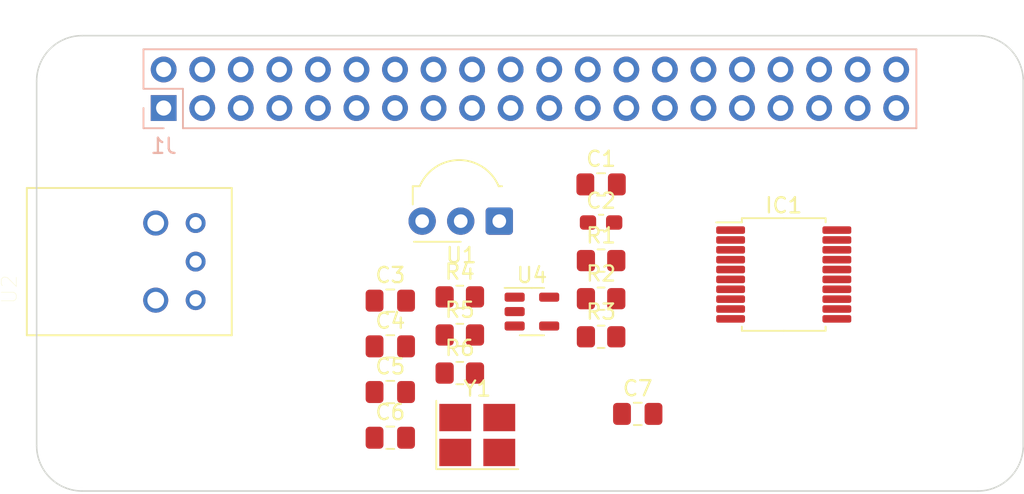
<source format=kicad_pcb>
(kicad_pcb (version 20221018) (generator pcbnew)
  (title_block (date "15 nov 2012"))
  (layers (0 "F.Cu" signal) (31 "B.Cu" signal) (34 "B.Paste" user) (35 "F.Paste" user) (36 "B.SilkS" user "B.Silkscreen") (37 "F.SilkS" user "F.Silkscreen") (38 "B.Mask" user) (39 "F.Mask" user) (44 "Edge.Cuts" user))
  (net 0 "")
  (net 1 "GND")
  (net 2 "/GPIO2{slash}SDA1")
  (net 3 "/GPIO3{slash}SCL1")
  (net 4 "/GPIO4{slash}GPCLK0")
  (net 5 "/GPIO14{slash}TXD0")
  (net 6 "/GPIO15{slash}RXD0")
  (net 7 "/GPIO17")
  (net 8 "/GPIO18{slash}PCM.CLK")
  (net 9 "/GPIO27")
  (net 10 "/GPIO22")
  (net 11 "/GPIO23")
  (net 12 "/GPIO26")
  (net 13 "/GPIO24")
  (net 14 "/GPIO10{slash}SPI0.MOSI")
  (net 15 "/GPIO9{slash}SPI0.MISO")
  (net 16 "/GPIO25")
  (net 17 "/GPIO11{slash}SPI0.SCLK")
  (net 18 "/GPIO8{slash}SPI0.CE0")
  (net 19 "/GPIO7{slash}SPI0.CE1")
  (net 20 "/ID_SDA")
  (net 21 "/ID_SCL")
  (net 22 "/GPIO5")
  (net 23 "/GPIO6")
  (net 24 "/GPIO12{slash}PWM0")
  (net 25 "/GPIO13{slash}PWM1")
  (net 26 "/GPIO19{slash}PCM.FS")
  (net 27 "/GPIO16")
  (net 28 "/GPIO20{slash}PCM.DIN")
  (net 29 "/GPIO21{slash}PCM.DOUT")
  (net 30 "+5V")
  (net 31 "+3V3")
  (net 32 "Net-(IC1-XIN)")
  (net 33 "Net-(IC1-XOP)")
  (net 35 "Net-(IC1-GPO0{slash}SWIFMODE)")
  (net 36 "Net-(IC1-CSB{slash}GPO1)")
  (net 37 "Net-(IC1-RESETB)")
  (net 38 "Net-(IC1-TX0)")
  (net 42 "Net-(U2-VIN)")
  (net 45 "Net-(U1-OUT)")
  (footprint "Capacitor_SMD:C_0805_2012Metric_Pad1.18x1.45mm_HandSolder" (layer "F.Cu") (at 137.1875 79.8)
    (fp_text reference "C1" (at 0 -1.68) (layer "F.SilkS"))
    (fp_text value "100nF/50V")
    (fp_line (start -0.261252 -0.735) (end 0.261252 -0.735) (stroke (width 0.12)) (layer "F.SilkS"))
    (fp_line (start -0.261252 0.735) (end 0.261252 0.735) (stroke (width 0.12)) (layer "F.SilkS"))
    (pad "1" smd roundrect (at -1.0375 0) (size 1.175 1.45) (layers "F.Cu" "F.Paste" "F.Mask") (roundrect_rratio 0.212766) (net 30 "+5V"))
    (pad "2" smd roundrect (at 1.0375 0) (size 1.175 1.45) (layers "F.Cu" "F.Paste" "F.Mask") (roundrect_rratio 0.212766) (net 1 "GND"))
  )
  (footprint "MountingHole:MountingHole_2.7mm_M2.5" (layer "F.Cu") (at 161.5 73.5)
    (fp_text reference "MH2" hide)
    (fp_text value "MountingHole_2.7mm_M2.5" hide)
    (pad "" np_thru_hole circle locked (at 0 0) (size 2.7 2.7) (drill 2.7) (layers "*.Cu" "*.Mask"))
  )
  (footprint "Resistor_SMD:R_0805_2012Metric_Pad1.20x1.40mm_HandSolder" (layer "F.Cu") (at 137.1875 87.33)
    (fp_text reference "R2" (at 0 -1.65) (layer "F.SilkS"))
    (fp_text value "0R")
    (fp_line (start -0.227064 -0.735) (end 0.227064 -0.735) (stroke (width 0.12)) (layer "F.SilkS"))
    (fp_line (start -0.227064 0.735) (end 0.227064 0.735) (stroke (width 0.12)) (layer "F.SilkS"))
    (pad "1" smd roundrect (at -1 0) (size 1.2 1.4) (layers "F.Cu" "F.Paste" "F.Mask") (roundrect_rratio 0.208333) (net 45 "Net-(U1-OUT)"))
    (pad "2" smd roundrect (at 1 0) (size 1.2 1.4) (layers "F.Cu" "F.Paste" "F.Mask") (roundrect_rratio 0.208333) (net 7 "/GPIO17"))
  )
  (footprint "Resistor_SMD:R_0805_2012Metric_Pad1.20x1.40mm_HandSolder" (layer "F.Cu") (at 127.88 92.23)
    (fp_text reference "R6" (at 0 -1.65) (layer "F.SilkS"))
    (fp_text value "10k")
    (fp_line (start -0.227064 -0.735) (end 0.227064 -0.735) (stroke (width 0.12)) (layer "F.SilkS"))
    (fp_line (start -0.227064 0.735) (end 0.227064 0.735) (stroke (width 0.12)) (layer "F.SilkS"))
    (pad "1" smd roundrect (at -1 0) (size 1.2 1.4) (layers "F.Cu" "F.Paste" "F.Mask") (roundrect_rratio 0.208333) (net 36 "Net-(IC1-CSB{slash}GPO1)"))
    (pad "2" smd roundrect (at 1 0) (size 1.2 1.4) (layers "F.Cu" "F.Paste" "F.Mask") (roundrect_rratio 0.208333) (net 31 "+3V3"))
  )
  (footprint "Package_TO_SOT_SMD:SOT-23-5" (layer "F.Cu") (at 132.63 88.18)
    (fp_text reference "U4" (at 0 -2.4) (layer "F.SilkS"))
    (fp_text value "74AHC1G17")
    (fp_line (start 0 -1.56) (end -1.8 -1.56) (stroke (width 0.12)) (layer "F.SilkS"))
    (fp_line (start 0 -1.56) (end 0.8 -1.56) (stroke (width 0.12)) (layer "F.SilkS"))
    (fp_line (start 0 1.56) (end -0.8 1.56) (stroke (width 0.12)) (layer "F.SilkS"))
    (fp_line (start 0 1.56) (end 0.8 1.56) (stroke (width 0.12)) (layer "F.SilkS"))
    (pad "1" smd roundrect (at -1.1375 -0.95) (size 1.325 0.6) (layers "F.Cu" "F.Paste" "F.Mask"))
    (pad "2" smd roundrect (at -1.1375 0) (size 1.325 0.6) (layers "F.Cu" "F.Paste" "F.Mask") (net 38 "Net-(IC1-TX0)"))
    (pad "3" smd roundrect (at -1.1375 0.95) (size 1.325 0.6) (layers "F.Cu" "F.Paste" "F.Mask") (net 1 "GND"))
    (pad "4" smd roundrect (at 1.1375 0.95) (size 1.325 0.6) (layers "F.Cu" "F.Paste" "F.Mask") (net 42 "Net-(U2-VIN)"))
    (pad "5" smd roundrect (at 1.1375 -0.95) (size 1.325 0.6) (layers "F.Cu" "F.Paste" "F.Mask") (net 30 "+5V"))
  )
  (footprint "OptoDevice:Vishay_MOLD-3Pin" (layer "F.Cu") (at 130.48 82.22 180)
    (fp_text reference "U1" (at 2.5 -2.25) (layer "F.SilkS"))
    (fp_text value "TSOP32538")
    (fp_line (start 0.04 2.3) (end -0.18 2.3) (stroke (width 0.12)) (layer "F.SilkS"))
    (fp_line (start 5.62 -1.36) (end 2.54 -1.36) (stroke (width 0.12)) (layer "F.SilkS"))
    (fp_line (start 5.7 2.3) (end 5.24 2.3) (stroke (width 0.12)) (layer "F.SilkS"))
    (fp_line (start 5.7 2.3) (end 5.7 1.1) (stroke (width 0.12)) (layer "F.SilkS"))
    (fp_arc (start 5.24 2.3) (mid 2.64 4.023119) (end 0.04 2.3) (stroke (width 0.12)) (layer "F.SilkS"))
    (pad "1" thru_hole roundrect (at 0 0 180) (size 1.8 1.8) (drill 0.9) (layers "*.Cu" "*.Mask") (roundrect_rratio 0.138) (net 45 "Net-(U1-OUT)"))
    (pad "2" thru_hole circle (at 2.54 0 180) (size 1.8 1.8) (drill 0.9) (layers "*.Cu" "*.Mask") (net 31 "+3V3"))
    (pad "3" thru_hole circle (at 5.08 0 180) (size 1.8 1.8) (drill 0.9) (layers "*.Cu" "*.Mask") (net 1 "GND"))
  )
  (footprint "kicad-snk:PLR135-T10_PLT133-T10W" (layer "F.Cu") (at 107.846 84.887 90)
    (fp_text reference "U2" (at -1.827255 -9.646905 90) (layer "F.SilkS") (effects (font (size 1.001236 1.001236) (thickness 0.015))))
    (fp_text value "PLT237/T10WH")
    (fp_line (start -4.85 -8.49) (end -4.85 5.01) (stroke (width 0.127)) (layer "F.SilkS"))
    (fp_line (start 4.85 -8.49) (end -4.85 -8.49) (stroke (width 0.127)) (layer "F.SilkS"))
    (fp_line (start 4.85 -8.49) (end 4.85 5.01) (stroke (width 0.127)) (layer "F.SilkS"))
    (fp_line (start 4.85 5.01) (end -4.85 5.01) (stroke (width 0.127)) (layer "F.SilkS"))
    (pad "1" thru_hole circle (at 2.54 2.63 90) (size 1.308 1.308) (drill 0.8) (layers "*.Cu" "*.Mask") (net 42 "Net-(U2-VIN)"))
    (pad "2" thru_hole circle (at 0 2.63 90) (size 1.308 1.308) (drill 0.8) (layers "*.Cu" "*.Mask") (net 30 "+5V"))
    (pad "3" thru_hole circle (at -2.54 2.63 90) (size 1.308 1.308) (drill 0.8) (layers "*.Cu" "*.Mask") (net 1 "GND"))
    (pad "NC1" thru_hole circle (at 2.54 0 90) (size 1.65 1.65) (drill 1.1) (layers "*.Cu" "*.Mask"))
    (pad "NC2" thru_hole circle (at -2.54 0 90) (size 1.65 1.65) (drill 1.1) (layers "*.Cu" "*.Mask"))
  )
  (footprint "Resistor_SMD:R_0805_2012Metric_Pad1.20x1.40mm_HandSolder" (layer "F.Cu") (at 127.88 89.72)
    (fp_text reference "R5" (at 0 -1.65) (layer "F.SilkS"))
    (fp_text value "10k")
    (fp_line (start -0.227064 -0.735) (end 0.227064 -0.735) (stroke (width 0.12)) (layer "F.SilkS"))
    (fp_line (start -0.227064 0.735) (end 0.227064 0.735) (stroke (width 0.12)) (layer "F.SilkS"))
    (pad "1" smd roundrect (at -1 0) (size 1.2 1.4) (layers "F.Cu" "F.Paste" "F.Mask") (roundrect_rratio 0.208333) (net 35 "Net-(IC1-GPO0{slash}SWIFMODE)"))
    (pad "2" smd roundrect (at 1 0) (size 1.2 1.4) (layers "F.Cu" "F.Paste" "F.Mask") (roundrect_rratio 0.208333) (net 1 "GND"))
  )
  (footprint "Resistor_SMD:R_0805_2012Metric_Pad1.20x1.40mm_HandSolder" (layer "F.Cu") (at 127.88 87.21)
    (fp_text reference "R4" (at 0 -1.65) (layer "F.SilkS"))
    (fp_text value "10k")
    (fp_line (start -0.227064 -0.735) (end 0.227064 -0.735) (stroke (width 0.12)) (layer "F.SilkS"))
    (fp_line (start -0.227064 0.735) (end 0.227064 0.735) (stroke (width 0.12)) (layer "F.SilkS"))
    (pad "1" smd roundrect (at -1 0) (size 1.2 1.4) (layers "F.Cu" "F.Paste" "F.Mask") (roundrect_rratio 0.208333) (net 37 "Net-(IC1-RESETB)"))
    (pad "2" smd roundrect (at 1 0) (size 1.2 1.4) (layers "F.Cu" "F.Paste" "F.Mask") (roundrect_rratio 0.208333) (net 31 "+3V3"))
  )
  (footprint "MountingHole:MountingHole_2.7mm_M2.5" (layer "F.Cu") (at 103.5 96.5)
    (fp_text reference "MH3" hide)
    (fp_text value "MountingHole_2.7mm_M2.5" hide)
    (pad "" np_thru_hole circle locked (at 0 0) (size 2.7 2.7) (drill 2.7) (layers "*.Cu" "*.Mask"))
  )
  (footprint "Capacitor_SMD:C_0805_2012Metric_Pad1.18x1.45mm_HandSolder" (layer "F.Cu") (at 139.6025 94.92)
    (fp_text reference "C7" (at 0 -1.68) (layer "F.SilkS"))
    (fp_text value "15pF/50V")
    (fp_line (start -0.261252 -0.735) (end 0.261252 -0.735) (stroke (width 0.12)) (layer "F.SilkS"))
    (fp_line (start -0.261252 0.735) (end 0.261252 0.735) (stroke (width 0.12)) (layer "F.SilkS"))
    (pad "1" smd roundrect (at -1.0375 0) (size 1.175 1.45) (layers "F.Cu" "F.Paste" "F.Mask") (roundrect_rratio 0.212766) (net 33 "Net-(IC1-XOP)"))
    (pad "2" smd roundrect (at 1.0375 0) (size 1.175 1.45) (layers "F.Cu" "F.Paste" "F.Mask") (roundrect_rratio 0.212766) (net 1 "GND"))
  )
  (footprint "MountingHole:MountingHole_2.7mm_M2.5" (layer "F.Cu") (at 103.5 73.5)
    (fp_text reference "MH1" hide)
    (fp_text value "MountingHole_2.7mm_M2.5" hide)
    (pad "" np_thru_hole circle locked (at 0 0) (size 2.7 2.7) (drill 2.7) (layers "*.Cu" "*.Mask"))
  )
  (footprint "Capacitor_SMD:C_0805_2012Metric_Pad1.18x1.45mm_HandSolder" (layer "F.Cu") (at 123.3 96.49)
    (fp_text reference "C6" (at 0 -1.68) (layer "F.SilkS"))
    (fp_text value "15pF/50V")
    (fp_line (start -0.261252 -0.735) (end 0.261252 -0.735) (stroke (width 0.12)) (layer "F.SilkS"))
    (fp_line (start -0.261252 0.735) (end 0.261252 0.735) (stroke (width 0.12)) (layer "F.SilkS"))
    (pad "1" smd roundrect (at -1.0375 0) (size 1.175 1.45) (layers "F.Cu" "F.Paste" "F.Mask") (roundrect_rratio 0.212766) (net 1 "GND"))
    (pad "2" smd roundrect (at 1.0375 0) (size 1.175 1.45) (layers "F.Cu" "F.Paste" "F.Mask") (roundrect_rratio 0.212766) (net 32 "Net-(IC1-XIN)"))
  )
  (footprint "Capacitor_SMD:C_0805_2012Metric_Pad1.18x1.45mm_HandSolder" (layer "F.Cu") (at 123.3 90.47)
    (fp_text reference "C4" (at 0 -1.68) (layer "F.SilkS"))
    (fp_text value "100nF/50V")
    (fp_line (start -0.261252 -0.735) (end 0.261252 -0.735) (stroke (width 0.12)) (layer "F.SilkS"))
    (fp_line (start -0.261252 0.735) (end 0.261252 0.735) (stroke (width 0.12)) (layer "F.SilkS"))
    (pad "1" smd roundrect (at -1.0375 0) (size 1.175 1.45) (layers "F.Cu" "F.Paste" "F.Mask") (roundrect_rratio 0.212766) (net 1 "GND"))
    (pad "2" smd roundrect (at 1.0375 0) (size 1.175 1.45) (layers "F.Cu" "F.Paste" "F.Mask") (roundrect_rratio 0.212766) (net 31 "+3V3"))
  )
  (footprint "Package_SO:SSOP-20_5.3x7.2mm_P0.65mm" (layer "F.Cu") (at 149.22 85.735)
    (fp_text reference "IC1" (at 0 -4.55) (layer "F.SilkS"))
    (fp_text value "WM8804GEDS_V")
    (fp_line (start -2.76 -3.71) (end -2.76 -3.435) (stroke (width 0.12)) (layer "F.SilkS"))
    (fp_line (start -2.76 -3.435) (end -4.45 -3.435) (stroke (width 0.12)) (layer "F.SilkS"))
    (fp_line (start -2.76 3.71) (end -2.76 3.435) (stroke (width 0.12)) (layer "F.SilkS"))
    (fp_line (start 0 -3.71) (end -2.76 -3.71) (stroke (width 0.12)) (layer "F.SilkS"))
    (fp_line (start 0 -3.71) (end 2.76 -3.71) (stroke (width 0.12)) (layer "F.SilkS"))
    (fp_line (start 0 3.71) (end -2.76 3.71) (stroke (width 0.12)) (layer "F.SilkS"))
    (fp_line (start 0 3.71) (end 2.76 3.71) (stroke (width 0.12)) (layer "F.SilkS"))
    (fp_line (start 2.76 -3.71) (end 2.76 -3.435) (stroke (width 0.12)) (layer "F.SilkS"))
    (fp_line (start 2.76 3.71) (end 2.76 3.435) (stroke (width 0.12)) (layer "F.SilkS"))
    (pad "1" smd roundrect (at -3.5 -2.925) (size 1.9 0.5) (layers "F.Cu" "F.Paste" "F.Mask") (net 3 "/GPIO3{slash}SCL1"))
    (pad "2" smd roundrect (at -3.5 -2.275) (size 1.9 0.5) (layers "F.Cu" "F.Paste" "F.Mask") (net 35 "Net-(IC1-GPO0{slash}SWIFMODE)"))
    (pad "3" smd roundrect (at -3.5 -1.625) (size 1.9 0.5) (layers "F.Cu" "F.Paste" "F.Mask") (net 2 "/GPIO2{slash}SDA1"))
    (pad "4" smd roundrect (at -3.5 -0.975) (size 1.9 0.5) (layers "F.Cu" "F.Paste" "F.Mask"))
    (pad "5" smd roundrect (at -3.5 -0.325) (size 1.9 0.5) (layers "F.Cu" "F.Paste" "F.Mask") (net 36 "Net-(IC1-CSB{slash}GPO1)"))
    (pad "6" smd roundrect (at -3.5 0.325) (size 1.9 0.5) (layers "F.Cu" "F.Paste" "F.Mask") (net 37 "Net-(IC1-RESETB)"))
    (pad "7" smd roundrect (at -3.5 0.975) (size 1.9 0.5) (layers "F.Cu" "F.Paste" "F.Mask") (net 31 "+3V3"))
    (pad "8" smd roundrect (at -3.5 1.625) (size 1.9 0.5) (layers "F.Cu" "F.Paste" "F.Mask") (net 1 "GND"))
    (pad "9" smd roundrect (at -3.5 2.275) (size 1.9 0.5) (layers "F.Cu" "F.Paste" "F.Mask"))
    (pad "10" smd roundrect (at -3.5 2.925) (size 1.9 0.5) (layers "F.Cu" "F.Paste" "F.Mask") (net 33 "Net-(IC1-XOP)"))
    (pad "11" smd roundrect (at 3.5 2.925) (size 1.9 0.5) (layers "F.Cu" "F.Paste" "F.Mask") (net 32 "Net-(IC1-XIN)"))
    (pad "12" smd roundrect (at 3.5 2.275) (size 1.9 0.5) (layers "F.Cu" "F.Paste" "F.Mask"))
    (pad "13" smd roundrect (at 3.5 1.625) (size 1.9 0.5) (layers "F.Cu" "F.Paste" "F.Mask") (net 29 "/GPIO21{slash}PCM.DOUT"))
    (pad "14" smd roundrect (at 3.5 0.975) (size 1.9 0.5) (layers "F.Cu" "F.Paste" "F.Mask") (net 8 "/GPIO18{slash}PCM.CLK"))
    (pad "15" smd roundrect (at 3.5 0.325) (size 1.9 0.5) (layers "F.Cu" "F.Paste" "F.Mask") (net 26 "/GPIO19{slash}PCM.FS"))
    (pad "16" smd roundrect (at 3.5 -0.325) (size 1.9 0.5) (layers "F.Cu" "F.Paste" "F.Mask"))
    (pad "17" smd roundrect (at 3.5 -0.975) (size 1.9 0.5) (layers "F.Cu" "F.Paste" "F.Mask") (net 38 "Net-(IC1-TX0)"))
    (pad "18" smd roundrect (at 3.5 -1.625) (size 1.9 0.5) (layers "F.Cu" "F.Paste" "F.Mask") (net 1 "GND"))
    (pad "19" smd roundrect (at 3.5 -2.275) (size 1.9 0.5) (layers "F.Cu" "F.Paste" "F.Mask") (net 31 "+3V3"))
    (pad "20" smd roundrect (at 3.5 -2.925) (size 1.9 0.5) (layers "F.Cu" "F.Paste" "F.Mask"))
  )
  (footprint "Crystal:Crystal_SMD_3225-4Pin_3.2x2.5mm_HandSoldering" (layer "F.Cu") (at 129.03 96.31)
    (fp_text reference "Y1" (at 0 -3.05) (layer "F.SilkS"))
    (fp_text value "27MHz")
    (fp_line (start -2.7 -2.25) (end -2.7 2.25) (stroke (width 0.12)) (layer "F.SilkS"))
    (fp_line (start -2.7 2.25) (end 2.7 2.25) (stroke (width 0.12)) (layer "F.SilkS"))
    (pad "1" smd rect (at -1.45 1.15) (size 2.1 1.8) (layers "F.Cu" "F.Paste" "F.Mask") (net 32 "Net-(IC1-XIN)"))
    (pad "2" smd rect (at 1.45 1.15) (size 2.1 1.8) (layers "F.Cu" "F.Paste" "F.Mask") (net 1 "GND"))
    (pad "3" smd rect (at 1.45 -1.15) (size 2.1 1.8) (layers "F.Cu" "F.Paste" "F.Mask") (net 33 "Net-(IC1-XOP)"))
    (pad "4" smd rect (at -1.45 -1.15) (size 2.1 1.8) (layers "F.Cu" "F.Paste" "F.Mask") (net 1 "GND"))
  )
  (footprint "Capacitor_SMD:C_0603_1608Metric_Pad1.08x0.95mm_HandSolder" (layer "F.Cu") (at 137.1875 82.31)
    (fp_text reference "C2" (at 0 -1.43) (layer "F.SilkS"))
    (fp_text value "100nF/50V")
    (fp_line (start -0.146267 -0.51) (end 0.146267 -0.51) (stroke (width 0.12)) (layer "F.SilkS"))
    (fp_line (start -0.146267 0.51) (end 0.146267 0.51) (stroke (width 0.12)) (layer "F.SilkS"))
    (pad "1" smd roundrect (at -0.8625 0) (size 1.075 0.95) (layers "F.Cu" "F.Paste" "F.Mask") (net 1 "GND"))
    (pad "2" smd roundrect (at 0.8625 0) (size 1.075 0.95) (layers "F.Cu" "F.Paste" "F.Mask") (net 31 "+3V3"))
  )
  (footprint "Capacitor_SMD:C_0805_2012Metric_Pad1.18x1.45mm_HandSolder" (layer "F.Cu") (at 123.3 87.46)
    (fp_text reference "C3" (at 0 -1.68) (layer "F.SilkS"))
    (fp_text value "100nF/50V")
    (fp_line (start -0.261252 -0.735) (end 0.261252 -0.735) (stroke (width 0.12)) (layer "F.SilkS"))
    (fp_line (start -0.261252 0.735) (end 0.261252 0.735) (stroke (width 0.12)) (layer "F.SilkS"))
    (pad "1" smd roundrect (at -1.0375 0) (size 1.175 1.45) (layers "F.Cu" "F.Paste" "F.Mask") (roundrect_rratio 0.212766) (net 30 "+5V"))
    (pad "2" smd roundrect (at 1.0375 0) (size 1.175 1.45) (layers "F.Cu" "F.Paste" "F.Mask") (roundrect_rratio 0.212766) (net 1 "GND"))
  )
  (footprint "MountingHole:MountingHole_2.7mm_M2.5" (layer "F.Cu") (at 161.5 96.5)
    (fp_text reference "MH4" hide)
    (fp_text value "MountingHole_2.7mm_M2.5" hide)
    (pad "" np_thru_hole circle locked (at 0 0) (size 2.7 2.7) (drill 2.7) (layers "*.Cu" "*.Mask"))
  )
  (footprint "Capacitor_SMD:C_0805_2012Metric_Pad1.18x1.45mm_HandSolder" (layer "F.Cu") (at 123.3 93.48)
    (fp_text reference "C5" (at 0 -1.68) (layer "F.SilkS"))
    (fp_text value "1uF/50V")
    (fp_line (start -0.261252 -0.735) (end 0.261252 -0.735) (stroke (width 0.12)) (layer "F.SilkS"))
    (fp_line (start -0.261252 0.735) (end 0.261252 0.735) (stroke (width 0.12)) (layer "F.SilkS"))
    (pad "1" smd roundrect (at -1.0375 0) (size 1.175 1.45) (layers "F.Cu" "F.Paste" "F.Mask") (roundrect_rratio 0.212766) (net 1 "GND"))
    (pad "2" smd roundrect (at 1.0375 0) (size 1.175 1.45) (layers "F.Cu" "F.Paste" "F.Mask") (roundrect_rratio 0.212766) (net 31 "+3V3"))
  )
  (footprint "Resistor_SMD:R_0805_2012Metric_Pad1.20x1.40mm_HandSolder" (layer "F.Cu") (at 137.1875 84.82)
    (fp_text reference "R1" (at 0 -1.65) (layer "F.SilkS"))
    (fp_text value "0R")
    (fp_line (start -0.227064 -0.735) (end 0.227064 -0.735) (stroke (width 0.12)) (layer "F.SilkS"))
    (fp_line (start -0.227064 0.735) (end 0.227064 0.735) (stroke (width 0.12)) (layer "F.SilkS"))
    (pad "1" smd roundrect (at -1 0) (size 1.2 1.4) (layers "F.Cu" "F.Paste" "F.Mask") (roundrect_rratio 0.208333) (net 45 "Net-(U1-OUT)"))
    (pad "2" smd roundrect (at 1 0) (size 1.2 1.4) (layers "F.Cu" "F.Paste" "F.Mask") (roundrect_rratio 0.208333) (net 10 "/GPIO22"))
  )
  (footprint "Resistor_SMD:R_0805_2012Metric_Pad1.20x1.40mm_HandSolder" (layer "F.Cu") (at 137.1875 89.84)
    (fp_text reference "R3" (at 0 -1.65) (layer "F.SilkS"))
    (fp_text value "0R")
    (fp_line (start -0.227064 -0.735) (end 0.227064 -0.735) (stroke (width 0.12)) (layer "F.SilkS"))
    (fp_line (start -0.227064 0.735) (end 0.227064 0.735) (stroke (width 0.12)) (layer "F.SilkS"))
    (pad "1" smd roundrect (at -1 0) (size 1.2 1.4) (layers "F.Cu" "F.Paste" "F.Mask") (roundrect_rratio 0.208333) (net 45 "Net-(U1-OUT)"))
    (pad "2" smd roundrect (at 1 0) (size 1.2 1.4) (layers "F.Cu" "F.Paste" "F.Mask") (roundrect_rratio 0.208333) (net 27 "/GPIO16"))
  )
  (footprint "Connector_PinSocket_2.54mm:PinSocket_2x20_P2.54mm_Vertical" (layer "B.Cu") (at 108.37 74.77 -90)
    (fp_text reference "J1" (at 2.5 0) (layer "B.SilkS") (effects (justify mirror)))
    (fp_text value "GPIO")
    (fp_line (start -3.87 -49.59) (end 1.33 -49.59) (stroke (width 0.12)) (layer "B.SilkS"))
    (fp_line (start -3.87 1.33) (end -3.87 -49.59) (stroke (width 0.12)) (layer "B.SilkS"))
    (fp_line (start -3.87 1.33) (end -1.27 1.33) (stroke (width 0.12)) (layer "B.SilkS"))
    (fp_line (start -1.27 -1.27) (end 1.33 -1.27) (stroke (width 0.12)) (layer "B.SilkS"))
    (fp_line (start -1.27 1.33) (end -1.27 -1.27) (stroke (width 0.12)) (layer "B.SilkS"))
    (fp_line (start 0 1.33) (end 1.33 1.33) (stroke (width 0.12)) (layer "B.SilkS"))
    (fp_line (start 1.33 -1.27) (end 1.33 -49.59) (stroke (width 0.12)) (layer "B.SilkS"))
    (fp_line (start 1.33 1.33) (end 1.33 0) (stroke (width 0.12)) (layer "B.SilkS"))
    (pad "1" thru_hole rect (at 0 0 270) (size 1.7 1.7) (drill 1) (layers "*.Cu" "*.Mask") (net 31 "+3V3"))
    (pad "2" thru_hole oval (at -2.54 0 270) (size 1.7 1.7) (drill 1) (layers "*.Cu" "*.Mask") (net 30 "+5V"))
    (pad "3" thru_hole oval (at 0 -2.54 270) (size 1.7 1.7) (drill 1) (layers "*.Cu" "*.Mask") (net 2 "/GPIO2{slash}SDA1"))
    (pad "4" thru_hole oval (at -2.54 -2.54 270) (size 1.7 1.7) (drill 1) (layers "*.Cu" "*.Mask") (net 30 "+5V"))
    (pad "5" thru_hole oval (at 0 -5.08 270) (size 1.7 1.7) (drill 1) (layers "*.Cu" "*.Mask") (net 3 "/GPIO3{slash}SCL1"))
    (pad "6" thru_hole oval (at -2.54 -5.08 270) (size 1.7 1.7) (drill 1) (layers "*.Cu" "*.Mask") (net 1 "GND"))
    (pad "7" thru_hole oval (at 0 -7.62 270) (size 1.7 1.7) (drill 1) (layers "*.Cu" "*.Mask") (net 4 "/GPIO4{slash}GPCLK0"))
    (pad "8" thru_hole oval (at -2.54 -7.62 270) (size 1.7 1.7) (drill 1) (layers "*.Cu" "*.Mask") (net 5 "/GPIO14{slash}TXD0"))
    (pad "9" thru_hole oval (at 0 -10.16 270) (size 1.7 1.7) (drill 1) (layers "*.Cu" "*.Mask") (net 1 "GND"))
    (pad "10" thru_hole oval (at -2.54 -10.16 270) (size 1.7 1.7) (drill 1) (layers "*.Cu" "*.Mask") (net 6 "/GPIO15{slash}RXD0"))
    (pad "11" thru_hole oval (at 0 -12.7 270) (size 1.7 1.7) (drill 1) (layers "*.Cu" "*.Mask") (net 7 "/GPIO17"))
    (pad "12" thru_hole oval (at -2.54 -12.7 270) (size 1.7 1.7) (drill 1) (layers "*.Cu" "*.Mask") (net 8 "/GPIO18{slash}PCM.CLK"))
    (pad "13" thru_hole oval (at 0 -15.24 270) (size 1.7 1.7) (drill 1) (layers "*.Cu" "*.Mask") (net 9 "/GPIO27"))
    (pad "14" thru_hole oval (at -2.54 -15.24 270) (size 1.7 1.7) (drill 1) (layers "*.Cu" "*.Mask") (net 1 "GND"))
    (pad "15" thru_hole oval (at 0 -17.78 270) (size 1.7 1.7) (drill 1) (layers "*.Cu" "*.Mask") (net 10 "/GPIO22"))
    (pad "16" thru_hole oval (at -2.54 -17.78 270) (size 1.7 1.7) (drill 1) (layers "*.Cu" "*.Mask") (net 11 "/GPIO23"))
    (pad "17" thru_hole oval (at 0 -20.32 270) (size 1.7 1.7) (drill 1) (layers "*.Cu" "*.Mask") (net 31 "+3V3"))
    (pad "18" thru_hole oval (at -2.54 -20.32 270) (size 1.7 1.7) (drill 1) (layers "*.Cu" "*.Mask") (net 13 "/GPIO24"))
    (pad "19" thru_hole oval (at 0 -22.86 270) (size 1.7 1.7) (drill 1) (layers "*.Cu" "*.Mask") (net 14 "/GPIO10{slash}SPI0.MOSI"))
    (pad "20" thru_hole oval (at -2.54 -22.86 270) (size 1.7 1.7) (drill 1) (layers "*.Cu" "*.Mask") (net 1 "GND"))
    (pad "21" thru_hole oval (at 0 -25.4 270) (size 1.7 1.7) (drill 1) (layers "*.Cu" "*.Mask") (net 15 "/GPIO9{slash}SPI0.MISO"))
    (pad "22" thru_hole oval (at -2.54 -25.4 270) (size 1.7 1.7) (drill 1) (layers "*.Cu" "*.Mask") (net 16 "/GPIO25"))
    (pad "23" thru_hole oval (at 0 -27.94 270) (size 1.7 1.7) (drill 1) (layers "*.Cu" "*.Mask") (net 17 "/GPIO11{slash}SPI0.SCLK"))
    (pad "24" thru_hole oval (at -2.54 -27.94 270) (size 1.7 1.7) (drill 1) (layers "*.Cu" "*.Mask") (net 18 "/GPIO8{slash}SPI0.CE0"))
    (pad "25" thru_hole oval (at 0 -30.48 270) (size 1.7 1.7) (drill 1) (layers "*.Cu" "*.Mask") (net 1 "GND"))
    (pad "26" thru_hole oval (at -2.54 -30.48 270) (size 1.7 1.7) (drill 1) (layers "*.Cu" "*.Mask") (net 19 "/GPIO7{slash}SPI0.CE1"))
    (pad "27" thru_hole oval (at 0 -33.02 270) (size 1.7 1.7) (drill 1) (layers "*.Cu" "*.Mask") (net 20 "/ID_SDA"))
    (pad "28" thru_hole oval (at -2.54 -33.02 270) (size 1.7 1.7) (drill 1) (layers "*.Cu" "*.Mask") (net 21 "/ID_SCL"))
    (pad "29" thru_hole oval (at 0 -35.56 270) (size 1.7 1.7) (drill 1) (layers "*.Cu" "*.Mask") (net 22 "/GPIO5"))
    (pad "30" thru_hole oval (at -2.54 -35.56 270) (size 1.7 1.7) (drill 1) (layers "*.Cu" "*.Mask") (net 1 "GND"))
    (pad "31" thru_hole oval (at 0 -38.1 270) (size 1.7 1.7) (drill 1) (layers "*.Cu" "*.Mask") (net 23 "/GPIO6"))
    (pad "32" thru_hole oval (at -2.54 -38.1 270) (size 1.7 1.7) (drill 1) (layers "*.Cu" "*.Mask") (net 24 "/GPIO12{slash}PWM0"))
    (pad "33" thru_hole oval (at 0 -40.64 270) (size 1.7 1.7) (drill 1) (layers "*.Cu" "*.Mask") (net 25 "/GPIO13{slash}PWM1"))
    (pad "34" thru_hole oval (at -2.54 -40.64 270) (size 1.7 1.7) (drill 1) (layers "*.Cu" "*.Mask") (net 1 "GND"))
    (pad "35" thru_hole oval (at 0 -43.18 270) (size 1.7 1.7) (drill 1) (layers "*.Cu" "*.Mask") (net 26 "/GPIO19{slash}PCM.FS"))
    (pad "36" thru_hole oval (at -2.54 -43.18 270) (size 1.7 1.7) (drill 1) (layers "*.Cu" "*.Mask") (net 27 "/GPIO16"))
    (pad "37" thru_hole oval (at 0 -45.72 270) (size 1.7 1.7) (drill 1) (layers "*.Cu" "*.Mask") (net 12 "/GPIO26"))
    (pad "38" thru_hole oval (at -2.54 -45.72 270) (size 1.7 1.7) (drill 1) (layers "*.Cu" "*.Mask") (net 28 "/GPIO20{slash}PCM.DIN"))
    (pad "39" thru_hole oval (at 0 -48.26 270) (size 1.7 1.7) (drill 1) (layers "*.Cu" "*.Mask") (net 1 "GND"))
    (pad "40" thru_hole oval (at -2.54 -48.26 270) (size 1.7 1.7) (drill 1) (layers "*.Cu" "*.Mask") (net 29 "/GPIO21{slash}PCM.DOUT"))
  )
  (gr_arc (start 162 70) (mid 164.12132 70.87868) (end 165 73) (stroke (width 0.1)) (layer "Edge.Cuts"))
  (gr_line (start 165 97) (end 165 73) (stroke (width 0.1)) (layer "Edge.Cuts"))
  (gr_line (start 100 73) (end 100 97) (stroke (width 0.1)) (layer "Edge.Cuts"))
  (gr_arc (start 103 100) (mid 100.87868 99.12132) (end 100 97) (stroke (width 0.1)) (layer "Edge.Cuts"))
  (gr_line (start 103 100) (end 162 100) (stroke (width 0.1)) (layer "Edge.Cuts"))
  (gr_arc (start 165 97) (mid 164.12132 99.12132) (end 162 100) (stroke (width 0.1)) (layer "Edge.Cuts"))
  (gr_arc (start 100 73) (mid 100.87868 70.87868) (end 103 70) (stroke (width 0.1)) (layer "Edge.Cuts"))
  (gr_line (start 162 70) (end 103 70) (stroke (width 0.1)) (layer "Edge.Cuts"))
)
</source>
